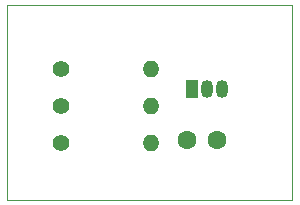
<source format=gbr>
G04 #@! TF.GenerationSoftware,KiCad,Pcbnew,(5.1.2)-2*
G04 #@! TF.CreationDate,2019-08-09T21:51:20-03:00*
G04 #@! TF.ProjectId,primeiro,7072696d-6569-4726-9f2e-6b696361645f,rev?*
G04 #@! TF.SameCoordinates,Original*
G04 #@! TF.FileFunction,Copper,L2,Bot*
G04 #@! TF.FilePolarity,Positive*
%FSLAX46Y46*%
G04 Gerber Fmt 4.6, Leading zero omitted, Abs format (unit mm)*
G04 Created by KiCad (PCBNEW (5.1.2)-2) date 2019-08-09 21:51:20*
%MOMM*%
%LPD*%
G04 APERTURE LIST*
%ADD10C,0.050000*%
%ADD11O,1.400000X1.400000*%
%ADD12C,1.400000*%
%ADD13R,1.050000X1.500000*%
%ADD14O,1.050000X1.500000*%
%ADD15C,1.600000*%
G04 APERTURE END LIST*
D10*
X134620000Y-101600000D02*
X134620000Y-85090000D01*
X158750000Y-101600000D02*
X134620000Y-101600000D01*
X158750000Y-85090000D02*
X158750000Y-101600000D01*
X134620000Y-85090000D02*
X158750000Y-85090000D01*
D11*
X146810000Y-96830000D03*
D12*
X139190000Y-96830000D03*
D11*
X146810000Y-93680000D03*
D12*
X139190000Y-93680000D03*
D11*
X146810000Y-90530000D03*
D12*
X139190000Y-90530000D03*
D13*
X150270000Y-92210000D03*
D14*
X152810000Y-92210000D03*
X151540000Y-92210000D03*
D15*
X152360000Y-96520000D03*
X149860000Y-96520000D03*
M02*

</source>
